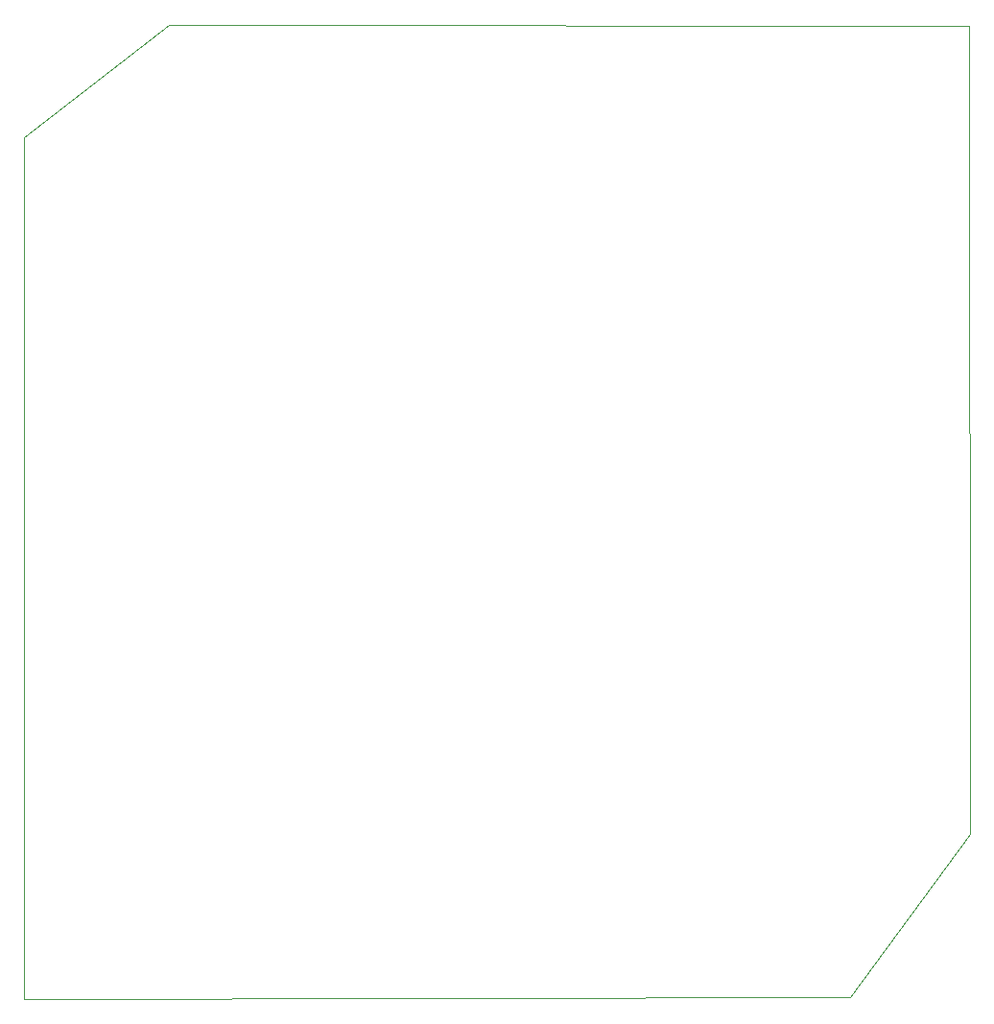
<source format=gm1>
%TF.GenerationSoftware,KiCad,Pcbnew,8.0.6*%
%TF.CreationDate,2024-10-21T20:49:49-03:00*%
%TF.ProjectId,HC Hackpad 1.2,48432048-6163-46b7-9061-6420312e322e,rev?*%
%TF.SameCoordinates,Original*%
%TF.FileFunction,Profile,NP*%
%FSLAX46Y46*%
G04 Gerber Fmt 4.6, Leading zero omitted, Abs format (unit mm)*
G04 Created by KiCad (PCBNEW 8.0.6) date 2024-10-21 20:49:49*
%MOMM*%
%LPD*%
G01*
G04 APERTURE LIST*
%TA.AperFunction,Profile*%
%ADD10C,0.050000*%
%TD*%
G04 APERTURE END LIST*
D10*
X168050000Y-37380000D02*
X168180000Y-108710000D01*
X157590000Y-123070000D01*
X84680000Y-123290000D01*
X84680000Y-47210000D01*
X97440000Y-37320000D01*
X168050000Y-37380000D01*
M02*

</source>
